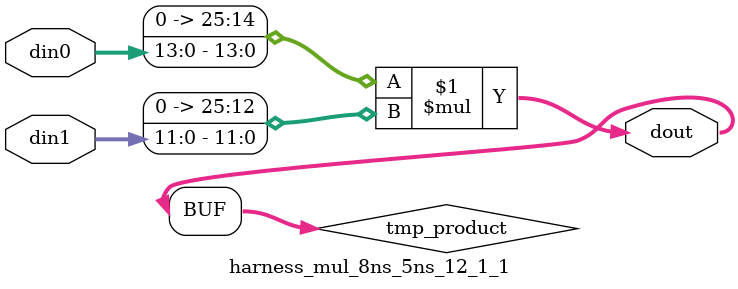
<source format=v>

`timescale 1 ns / 1 ps

 module harness_mul_8ns_5ns_12_1_1(din0, din1, dout);
parameter ID = 1;
parameter NUM_STAGE = 0;
parameter din0_WIDTH = 14;
parameter din1_WIDTH = 12;
parameter dout_WIDTH = 26;

input [din0_WIDTH - 1 : 0] din0; 
input [din1_WIDTH - 1 : 0] din1; 
output [dout_WIDTH - 1 : 0] dout;

wire signed [dout_WIDTH - 1 : 0] tmp_product;
























assign tmp_product = $signed({1'b0, din0}) * $signed({1'b0, din1});











assign dout = tmp_product;





















endmodule

</source>
